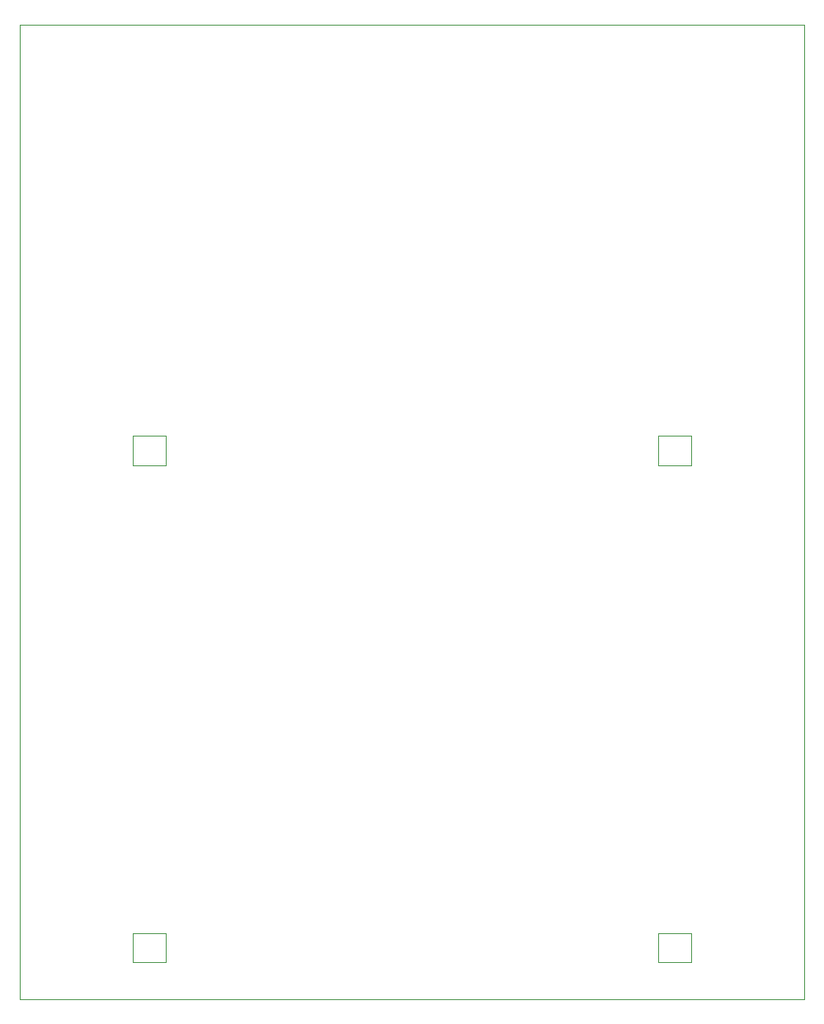
<source format=gm1>
G04 #@! TF.GenerationSoftware,KiCad,Pcbnew,8.0.6*
G04 #@! TF.CreationDate,2024-10-20T21:42:17+02:00*
G04 #@! TF.ProjectId,macropad,6d616372-6f70-4616-942e-6b696361645f,v7.6*
G04 #@! TF.SameCoordinates,Original*
G04 #@! TF.FileFunction,Profile,NP*
%FSLAX46Y46*%
G04 Gerber Fmt 4.6, Leading zero omitted, Abs format (unit mm)*
G04 Created by KiCad (PCBNEW 8.0.6) date 2024-10-20 21:42:17*
%MOMM*%
%LPD*%
G01*
G04 APERTURE LIST*
G04 #@! TA.AperFunction,Profile*
%ADD10C,0.050000*%
G04 #@! TD*
G04 #@! TA.AperFunction,Profile*
%ADD11C,0.120000*%
G04 #@! TD*
G04 APERTURE END LIST*
D10*
X80500000Y0D02*
X0Y0D01*
X0Y0D02*
X0Y-100000000D01*
X0Y-100000000D02*
X80500000Y-100000000D01*
X80500000Y-100000000D02*
X80500000Y0D01*
D11*
G04 #@! TO.C,D22*
X65550000Y-93180000D02*
X65550000Y-96180000D01*
X65550000Y-96180000D02*
X68950000Y-96180000D01*
X68950000Y-93180000D02*
X65550000Y-93180000D01*
X68950000Y-96180000D02*
X68950000Y-93180000D01*
G04 #@! TO.C,D17*
X65550000Y-42180000D02*
X65550000Y-45180000D01*
X65550000Y-45180000D02*
X68950000Y-45180000D01*
X68950000Y-42180000D02*
X65550000Y-42180000D01*
X68950000Y-45180000D02*
X68950000Y-42180000D01*
G04 #@! TO.C,D18*
X11550000Y-42180000D02*
X11550000Y-45180000D01*
X11550000Y-45180000D02*
X14950000Y-45180000D01*
X14950000Y-42180000D02*
X11550000Y-42180000D01*
X14950000Y-45180000D02*
X14950000Y-42180000D01*
G04 #@! TO.C,D21*
X11550000Y-93180000D02*
X11550000Y-96180000D01*
X11550000Y-96180000D02*
X14950000Y-96180000D01*
X14950000Y-93180000D02*
X11550000Y-93180000D01*
X14950000Y-96180000D02*
X14950000Y-93180000D01*
G04 #@! TD*
M02*

</source>
